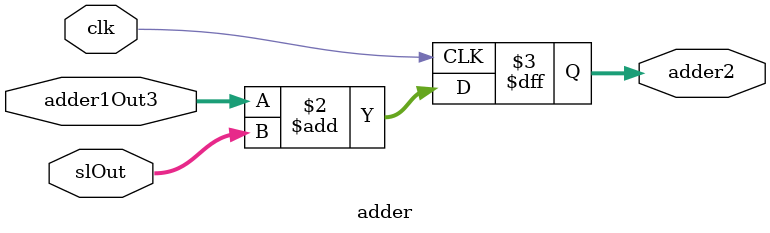
<source format=v>
`timescale 1ns / 1ps
module adder(
    input clk,
    input [15:0] adder1Out3,
    input [15:0] slOut,
    output reg [15:0] adder2
    );
	 
	 always@(posedge clk)
		begin
			adder2 <= adder1Out3 + slOut;
		end


endmodule

</source>
